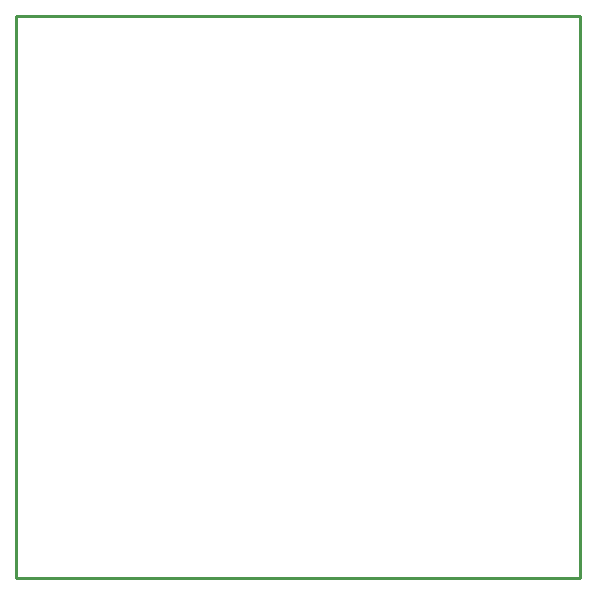
<source format=gko>
G04*
G04 #@! TF.GenerationSoftware,Altium Limited,Altium Designer,19.0.15 (446)*
G04*
G04 Layer_Color=16711935*
%FSLAX43Y43*%
%MOMM*%
G71*
G01*
G75*
%ADD10C,0.254*%
D10*
X47752D02*
Y47625D01*
X0D02*
X47752D01*
X0Y0D02*
Y47625D01*
Y0D02*
X47752D01*
M02*

</source>
